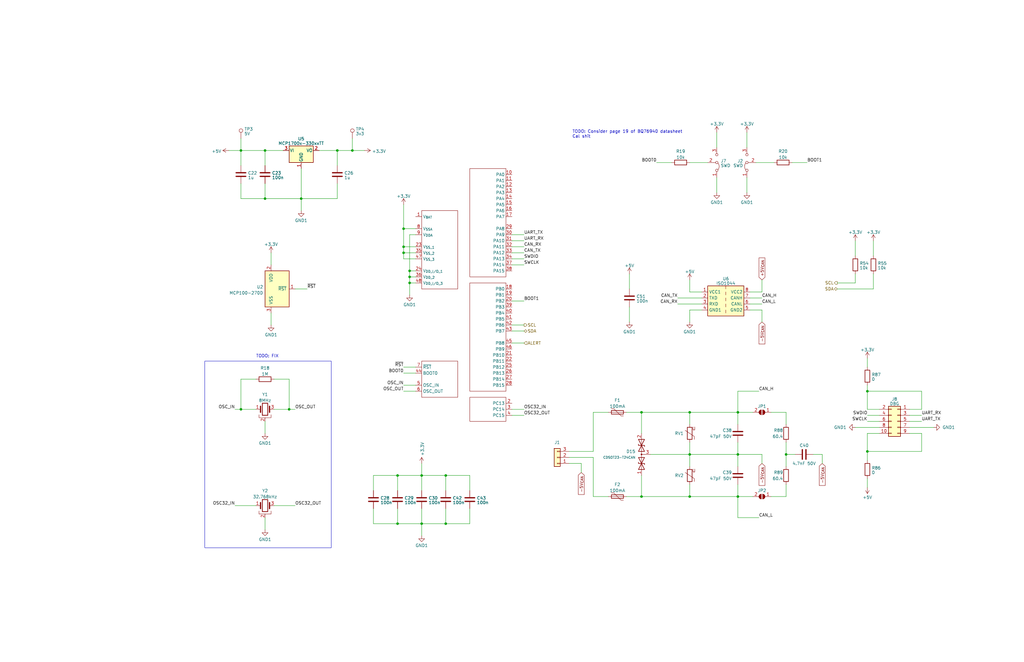
<source format=kicad_sch>
(kicad_sch (version 20230121) (generator eeschema)
  (paper "B")
  (lib_symbols
    (symbol "Connector:TestPoint" (pin_numbers hide) (pin_names (offset 0.762) hide)
      (property "Reference" "TP" (at 0 6.858 0))
      (property "Value" "TestPoint" (at 0 5.08 0))
      (symbol "TestPoint_1_1"
        (pin passive line (at 0 0 90) (length 2.54) (name "1") (number "1"))
      )
    )
    (symbol "Connector_Generic:Conn_01x03" (pin_names (offset 1.016) hide)
      (property "Reference" "J" (at 0 5.08 0))
      (property "Value" "Conn_01x03" (at 0 -5.08 0))
      (symbol "Conn_01x03_1_1"
        (pin passive line (at -5.08 2.54 0) (length 3.81) (name "Pin_1") (number "1"))
        (pin passive line (at -5.08 0 0) (length 3.81) (name "Pin_2") (number "2"))
        (pin passive line (at -5.08 -2.54 0) (length 3.81) (name "Pin_3") (number "3"))
      )
    )
    (symbol "Connector_Generic:Conn_02x05_Odd_Even" (pin_names (offset 1.016) hide)
      (property "Reference" "J" (at 1.27 7.62 0))
      (property "Value" "Conn_02x05_Odd_Even" (at 1.27 -7.62 0))
      (symbol "Conn_02x05_Odd_Even_1_1"
        (pin passive line (at -5.08 5.08 0) (length 3.81) (name "Pin_1") (number "1"))
        (pin passive line (at 7.62 -5.08 180) (length 3.81) (name "Pin_10") (number "10"))
        (pin passive line (at 7.62 5.08 180) (length 3.81) (name "Pin_2") (number "2"))
        (pin passive line (at -5.08 2.54 0) (length 3.81) (name "Pin_3") (number "3"))
        (pin passive line (at 7.62 2.54 180) (length 3.81) (name "Pin_4") (number "4"))
        (pin passive line (at -5.08 0 0) (length 3.81) (name "Pin_5") (number "5"))
        (pin passive line (at 7.62 0 180) (length 3.81) (name "Pin_6") (number "6"))
        (pin passive line (at -5.08 -2.54 0) (length 3.81) (name "Pin_7") (number "7"))
        (pin passive line (at 7.62 -2.54 180) (length 3.81) (name "Pin_8") (number "8"))
        (pin passive line (at -5.08 -5.08 0) (length 3.81) (name "Pin_9") (number "9"))
      )
    )
    (symbol "Device:C" (pin_numbers hide) (pin_names (offset 0.254))
      (property "Reference" "C" (at 0.635 2.54 0))
      (property "Value" "C" (at 0.635 -2.54 0))
      (symbol "C_1_1"
        (pin passive line (at 0 3.81 270) (length 2.794) (name "~") (number "1"))
        (pin passive line (at 0 -3.81 90) (length 2.794) (name "~") (number "2"))
      )
    )
    (symbol "Device:Crystal_GND2" (pin_names (offset 1.016) hide)
      (property "Reference" "Y" (at 0 5.715 0))
      (property "Value" "Crystal_GND2" (at 0 3.81 0))
      (symbol "Crystal_GND2_1_1"
        (pin passive line (at -3.81 0 0) (length 1.27) (name "1") (number "1"))
        (pin passive line (at 0 -5.08 90) (length 1.27) (name "2") (number "2"))
        (pin passive line (at 3.81 0 180) (length 1.27) (name "3") (number "3"))
      )
    )
    (symbol "Device:D_TVS_Dual_AAC" (pin_names (offset 1.016) hide)
      (property "Reference" "D" (at 0 4.445 0))
      (property "Value" "D_TVS_Dual_AAC" (at 0 2.54 0))
      (symbol "D_TVS_Dual_AAC_1_1"
        (pin passive line (at -8.89 0 0) (length 2.54) (name "A1") (number "1"))
        (pin passive line (at 8.89 0 180) (length 2.54) (name "A2") (number "2"))
        (pin input line (at 0 -3.81 90) (length 2.54) (name "common") (number "3"))
      )
    )
    (symbol "Device:Polyfuse" (pin_numbers hide) (pin_names (offset 0))
      (property "Reference" "F" (at -2.54 0 90))
      (property "Value" "Polyfuse" (at 2.54 0 90))
      (symbol "Polyfuse_1_1"
        (pin passive line (at 0 3.81 270) (length 1.27) (name "~") (number "1"))
        (pin passive line (at 0 -3.81 90) (length 1.27) (name "~") (number "2"))
      )
    )
    (symbol "Device:R" (pin_numbers hide) (pin_names (offset 0))
      (property "Reference" "R" (at 2.032 0 90))
      (property "Value" "R" (at 0 0 90))
      (symbol "R_1_1"
        (pin passive line (at 0 3.81 270) (length 1.27) (name "~") (number "1"))
        (pin passive line (at 0 -3.81 90) (length 1.27) (name "~") (number "2"))
      )
    )
    (symbol "Device:Varistor" (pin_numbers hide) (pin_names (offset 0))
      (property "Reference" "RV" (at 3.175 0 90))
      (property "Value" "Varistor" (at -3.175 0 90))
      (symbol "Varistor_0_0"
        (text "U" (at -1.778 -2.032 0) (effects (font (size 1.27 1.27))))
      )
      (symbol "Varistor_1_1"
        (pin passive line (at 0 3.81 270) (length 1.27) (name "~") (number "1"))
        (pin passive line (at 0 -3.81 90) (length 1.27) (name "~") (number "2"))
      )
    )
    (symbol "Jumper:Jumper_3_Bridged12" (pin_names (offset 0) hide)
      (property "Reference" "JP" (at -2.54 -2.54 0))
      (property "Value" "Jumper_3_Bridged12" (at 0 2.794 0))
      (symbol "Jumper_3_Bridged12_1_1"
        (pin passive line (at -6.35 0 0) (length 2.54) (name "A") (number "1"))
        (pin passive line (at 0 -3.81 90) (length 2.54) (name "C") (number "2"))
        (pin passive line (at 6.35 0 180) (length 2.54) (name "B") (number "3"))
      )
    )
    (symbol "Jumper:SolderJumper_2_Open" (pin_names (offset 0) hide)
      (property "Reference" "JP" (at 0 2.032 0))
      (property "Value" "SolderJumper_2_Open" (at 0 -2.54 0))
      (symbol "SolderJumper_2_Open_1_1"
        (pin passive line (at -3.81 0 0) (length 2.54) (name "A") (number "1"))
        (pin passive line (at 3.81 0 180) (length 2.54) (name "B") (number "2"))
      )
    )
    (symbol "Power_Supervisor:MCP100-270D" (pin_names (offset 1.016))
      (property "Reference" "U" (at 0 8.89 0))
      (property "Value" "MCP100-270D" (at -1.27 -8.89 0))
      (symbol "MCP100-270D_1_1"
        (pin output line (at 7.62 0 180) (length 2.54) (name "~{RST}") (number "1"))
        (pin power_in line (at -2.54 10.16 270) (length 2.54) (name "VDD") (number "2"))
        (pin power_in line (at -2.54 -10.16 90) (length 2.54) (name "VSS") (number "3"))
      )
    )
    (symbol "Regulator_Linear:MCP1700x-330xxTT" (pin_names (offset 0.254))
      (property "Reference" "U" (at -3.81 3.175 0))
      (property "Value" "MCP1700x-330xxTT" (at 0 3.175 0))
      (symbol "MCP1700x-330xxTT_1_1"
        (pin power_in line (at 0 -7.62 90) (length 2.54) (name "GND") (number "1"))
        (pin power_out line (at 7.62 0 180) (length 2.54) (name "VO") (number "2"))
        (pin power_in line (at -7.62 0 0) (length 2.54) (name "VI") (number "3"))
      )
    )
    (symbol "power:+3.3V" (power) (pin_names (offset 0))
      (property "Value" "+3.3V" (at 0 3.556 0))
      (symbol "+3.3V_1_1"
        (pin power_in line (at 0 0 90) (length 0) hide (name "+3.3V") (number "1"))
      )
    )
    (symbol "power:+5V" (power) (pin_names (offset 0))
      (property "Value" "+5V" (at 0 3.556 0))
      (symbol "+5V_1_1"
        (pin power_in line (at 0 0 90) (length 0) hide (name "+5V") (number "1"))
      )
    )
    (symbol "power:GND1" (power) (pin_names (offset 0))
      (property "Value" "GND1" (at 0 -3.81 0))
      (symbol "GND1_1_1"
        (pin power_in line (at 0 0 270) (length 0) hide (name "GND1") (number "1"))
      )
    )
    (symbol "qtech:CH32V203CxT6"
      (symbol "CH32V203CxT6_1_1"
        (pin input line (at 10.16 20.32 180) (length 2.54) (name "PA0") (number "10"))
        (pin input line (at 10.16 17.78 180) (length 2.54) (name "PA1") (number "11"))
        (pin input line (at 10.16 15.24 180) (length 2.54) (name "PA2") (number "12"))
        (pin input line (at 10.16 12.7 180) (length 2.54) (name "PA3") (number "13"))
        (pin input line (at 10.16 10.16 180) (length 2.54) (name "PA4") (number "14"))
        (pin input line (at 10.16 7.62 180) (length 2.54) (name "PA5") (number "15"))
        (pin input line (at 10.16 5.08 180) (length 2.54) (name "PA6") (number "16"))
        (pin input line (at 10.16 2.54 180) (length 2.54) (name "PA7") (number "17"))
        (pin input line (at 10.16 -2.54 180) (length 2.54) (name "PA8") (number "29"))
        (pin input line (at 10.16 -5.08 180) (length 2.54) (name "PA9") (number "30"))
        (pin input line (at 10.16 -7.62 180) (length 2.54) (name "PA10") (number "31"))
        (pin input line (at 10.16 -10.16 180) (length 2.54) (name "PA11") (number "32"))
        (pin input line (at 10.16 -12.7 180) (length 2.54) (name "PA12") (number "33"))
        (pin input line (at 10.16 -15.24 180) (length 2.54) (name "PA13") (number "34"))
        (pin input line (at 10.16 -17.78 180) (length 2.54) (name "PA14") (number "37"))
        (pin input line (at 10.16 -20.32 180) (length 2.54) (name "PA15") (number "38"))
      )
      (symbol "CH32V203CxT6_2_1"
        (pin input line (at 10.16 20.32 180) (length 2.54) (name "PB0") (number "18"))
        (pin input line (at 10.16 17.78 180) (length 2.54) (name "PB1") (number "19"))
        (pin input line (at 10.16 15.24 180) (length 2.54) (name "PB2") (number "20"))
        (pin input line (at 10.16 -7.62 180) (length 2.54) (name "PB10") (number "21"))
        (pin input line (at 10.16 -10.16 180) (length 2.54) (name "PB11") (number "22"))
        (pin input line (at 10.16 -12.7 180) (length 2.54) (name "PB12") (number "25"))
        (pin input line (at 10.16 -15.24 180) (length 2.54) (name "PB13") (number "26"))
        (pin input line (at 10.16 -17.78 180) (length 2.54) (name "PB14") (number "27"))
        (pin input line (at 10.16 -20.32 180) (length 2.54) (name "PB15") (number "28"))
        (pin input line (at 10.16 12.7 180) (length 2.54) (name "PB3") (number "39"))
        (pin input line (at 10.16 10.16 180) (length 2.54) (name "PB4") (number "40"))
        (pin input line (at 10.16 7.62 180) (length 2.54) (name "PB5") (number "41"))
        (pin input line (at 10.16 5.08 180) (length 2.54) (name "PB6") (number "42"))
        (pin input line (at 10.16 2.54 180) (length 2.54) (name "PB7") (number "43"))
        (pin input line (at 10.16 -2.54 180) (length 2.54) (name "PB8") (number "45"))
        (pin input line (at 10.16 -5.08 180) (length 2.54) (name "PB9") (number "46"))
      )
      (symbol "CH32V203CxT6_3_1"
        (pin input line (at 10.16 2.54 180) (length 2.54) (name "PC13") (number "2"))
        (pin input line (at 10.16 0 180) (length 2.54) (name "PC14") (number "3"))
        (pin input line (at 10.16 -2.54 180) (length 2.54) (name "PC15") (number "4"))
      )
      (symbol "CH32V203CxT6_4_1"
        (pin input line (at -10.16 2.54 0) (length 2.54) (name "BOOT0") (number "44"))
        (pin input line (at -10.16 -2.54 0) (length 2.54) (name "OSC_IN") (number "5"))
        (pin input line (at -10.16 -5.08 0) (length 2.54) (name "OSC_OUT") (number "6"))
        (pin input line (at -10.16 5.08 0) (length 2.54) (name "~{RST}") (number "7"))
      )
      (symbol "CH32V203CxT6_5_1"
        (pin input line (at -10.16 15.24 0) (length 2.54) (name "V_{BAT}") (number "1"))
        (pin input line (at -10.16 2.54 0) (length 2.54) (name "V_{SS_1}") (number "23"))
        (pin input line (at -10.16 -7.62 0) (length 2.54) (name "V_{DD_I/O_1}") (number "24"))
        (pin input line (at -10.16 0 0) (length 2.54) (name "V_{SS_2}") (number "35"))
        (pin input line (at -10.16 -10.16 0) (length 2.54) (name "V_{DD_2}") (number "36"))
        (pin input line (at -10.16 -2.54 0) (length 2.54) (name "V_{SS_3}") (number "47"))
        (pin input line (at -10.16 -12.7 0) (length 2.54) (name "V_{DD_I/O_3}") (number "48"))
        (pin input line (at -10.16 10.16 0) (length 2.54) (name "V_{SSA}") (number "8"))
        (pin input line (at -10.16 7.62 0) (length 2.54) (name "V_{DDA}") (number "9"))
      )
    )
    (symbol "qtech:ISO1044"
      (property "Reference" "U" (at -7.62 8.89 0))
      (property "Value" "ISO1044" (at -7.62 6.35 0))
      (symbol "ISO1044_1_1"
        (pin power_in line (at -10.16 2.54 0) (length 2.54) (name "VCC1") (number "1"))
        (pin input line (at -10.16 0 0) (length 2.54) (name "TXD") (number "2"))
        (pin output line (at -10.16 -2.54 0) (length 2.54) (name "RXD") (number "3"))
        (pin power_in line (at -10.16 -5.08 0) (length 2.54) (name "GND1") (number "4"))
        (pin power_in line (at 10.16 -5.08 180) (length 2.54) (name "GND2") (number "5"))
        (pin bidirectional line (at 10.16 -2.54 180) (length 2.54) (name "CANL") (number "6"))
        (pin bidirectional line (at 10.16 0 180) (length 2.54) (name "CANH") (number "7"))
        (pin power_in line (at 10.16 2.54 180) (length 2.54) (name "VCC2") (number "8"))
      )
    )
  )
  (junction (at 311.15 173.99))
  (junction (at 127 83.82))
  (junction (at 177.8 220.98))
  (junction (at 311.15 191.77))
  (junction (at 142.24 63.5))
  (junction (at 172.72 116.84))
  (junction (at 270.51 173.99))
  (junction (at 331.47 191.77))
  (junction (at 290.83 173.99))
  (junction (at 170.18 104.14))
  (junction (at 187.96 220.98))
  (junction (at 177.8 200.66))
  (junction (at 167.64 220.98))
  (junction (at 170.18 96.52))
  (junction (at 290.83 209.55))
  (junction (at 148.59 63.5))
  (junction (at 172.72 119.38))
  (junction (at 365.76 165.1))
  (junction (at 111.76 83.82))
  (junction (at 290.83 191.77))
  (junction (at 101.6 63.5))
  (junction (at 111.76 63.5))
  (junction (at 101.6 172.72))
  (junction (at 270.51 209.55))
  (junction (at 172.72 114.3))
  (junction (at 365.76 190.5))
  (junction (at 121.92 172.72))
  (junction (at 167.64 200.66))
  (junction (at 311.15 209.55))
  (junction (at 187.96 200.66))
  (junction (at 170.18 106.68))
  (wire (pts (xy 115.57 213.36) (xy 124.46 213.36)))
  (wire (pts (xy 270.51 209.55) (xy 290.83 209.55)))
  (wire (pts (xy 142.24 77.47) (xy 142.24 83.82)))
  (wire (pts (xy 331.47 173.99) (xy 325.12 173.99)))
  (wire (pts (xy 302.26 55.88) (xy 302.26 62.23)))
  (wire (pts (xy 383.54 177.8) (xy 388.62 177.8)))
  (wire (pts (xy 187.96 220.98) (xy 187.96 214.63)))
  (wire (pts (xy 295.91 128.27) (xy 285.75 128.27)))
  (wire (pts (xy 115.57 172.72) (xy 121.92 172.72)))
  (wire (pts (xy 250.19 173.99) (xy 256.54 173.99)))
  (wire (pts (xy 383.54 172.72) (xy 388.62 172.72)))
  (wire (pts (xy 365.76 182.88) (xy 365.76 190.5)))
  (wire (pts (xy 368.3 101.6) (xy 368.3 107.95)))
  (wire (pts (xy 295.91 125.73) (xy 285.75 125.73)))
  (wire (pts (xy 331.47 204.47) (xy 331.47 209.55)))
  (wire (pts (xy 311.15 204.47) (xy 311.15 209.55)))
  (wire (pts (xy 311.15 165.1) (xy 311.15 173.99)))
  (wire (pts (xy 198.12 220.98) (xy 198.12 214.63)))
  (wire (pts (xy 368.3 115.57) (xy 368.3 121.92)))
  (wire (pts (xy 172.72 119.38) (xy 172.72 116.84)))
  (wire (pts (xy 331.47 209.55) (xy 325.12 209.55)))
  (wire (pts (xy 250.19 209.55) (xy 256.54 209.55)))
  (wire (pts (xy 353.06 121.92) (xy 368.3 121.92)))
  (wire (pts (xy 311.15 173.99) (xy 317.5 173.99)))
  (wire (pts (xy 220.98 172.72) (xy 215.9 172.72)))
  (wire (pts (xy 170.18 165.1) (xy 175.26 165.1)))
  (wire (pts (xy 172.72 116.84) (xy 175.26 116.84)))
  (wire (pts (xy 290.83 68.58) (xy 298.45 68.58)))
  (wire (pts (xy 111.76 63.5) (xy 119.38 63.5)))
  (wire (pts (xy 365.76 151.13) (xy 365.76 154.94)))
  (wire (pts (xy 388.62 182.88) (xy 383.54 182.88)))
  (wire (pts (xy 340.36 68.58) (xy 334.01 68.58)))
  (wire (pts (xy 170.18 96.52) (xy 170.18 104.14)))
  (wire (pts (xy 321.31 123.19) (xy 316.23 123.19)))
  (wire (pts (xy 167.64 200.66) (xy 167.64 207.01)))
  (wire (pts (xy 331.47 191.77) (xy 335.28 191.77)))
  (wire (pts (xy 388.62 182.88) (xy 388.62 190.5)))
  (wire (pts (xy 167.64 214.63) (xy 167.64 220.98)))
  (wire (pts (xy 365.76 162.56) (xy 365.76 165.1)))
  (wire (pts (xy 388.62 165.1) (xy 388.62 172.72)))
  (wire (pts (xy 111.76 63.5) (xy 111.76 69.85)))
  (wire (pts (xy 198.12 200.66) (xy 187.96 200.66)))
  (wire (pts (xy 250.19 193.04) (xy 240.03 193.04)))
  (wire (pts (xy 331.47 186.69) (xy 331.47 191.77)))
  (wire (pts (xy 172.72 114.3) (xy 175.26 114.3)))
  (wire (pts (xy 170.18 157.48) (xy 175.26 157.48)))
  (wire (pts (xy 170.18 104.14) (xy 170.18 106.68)))
  (wire (pts (xy 311.15 209.55) (xy 317.5 209.55)))
  (wire (pts (xy 316.23 128.27) (xy 321.31 128.27)))
  (wire (pts (xy 157.48 214.63) (xy 157.48 220.98)))
  (wire (pts (xy 170.18 162.56) (xy 175.26 162.56)))
  (wire (pts (xy 265.43 115.57) (xy 265.43 121.92)))
  (wire (pts (xy 360.68 180.34) (xy 370.84 180.34)))
  (wire (pts (xy 311.15 173.99) (xy 311.15 179.07)))
  (wire (pts (xy 101.6 77.47) (xy 101.6 83.82)))
  (wire (pts (xy 172.72 99.06) (xy 175.26 99.06)))
  (wire (pts (xy 177.8 220.98) (xy 177.8 226.06)))
  (wire (pts (xy 245.11 199.39) (xy 245.11 195.58)))
  (wire (pts (xy 99.06 213.36) (xy 107.95 213.36)))
  (wire (pts (xy 114.3 106.68) (xy 114.3 111.76)))
  (wire (pts (xy 290.83 130.81) (xy 295.91 130.81)))
  (wire (pts (xy 187.96 220.98) (xy 198.12 220.98)))
  (wire (pts (xy 311.15 186.69) (xy 311.15 191.77)))
  (wire (pts (xy 101.6 172.72) (xy 107.95 172.72)))
  (wire (pts (xy 346.71 191.77) (xy 342.9 191.77)))
  (wire (pts (xy 215.9 137.16) (xy 220.98 137.16)))
  (wire (pts (xy 167.64 220.98) (xy 177.8 220.98)))
  (wire (pts (xy 172.72 119.38) (xy 172.72 124.46)))
  (wire (pts (xy 101.6 172.72) (xy 101.6 160.02)))
  (wire (pts (xy 250.19 193.04) (xy 250.19 209.55)))
  (wire (pts (xy 121.92 172.72) (xy 124.46 172.72)))
  (wire (pts (xy 290.83 135.89) (xy 290.83 130.81)))
  (wire (pts (xy 172.72 114.3) (xy 172.72 99.06)))
  (wire (pts (xy 167.64 200.66) (xy 177.8 200.66)))
  (wire (pts (xy 365.76 175.26) (xy 370.84 175.26)))
  (wire (pts (xy 177.8 214.63) (xy 177.8 220.98)))
  (wire (pts (xy 215.9 101.6) (xy 220.98 101.6)))
  (wire (pts (xy 314.96 62.23) (xy 314.96 55.88)))
  (wire (pts (xy 331.47 191.77) (xy 331.47 196.85)))
  (wire (pts (xy 321.31 118.11) (xy 321.31 123.19)))
  (wire (pts (xy 148.59 63.5) (xy 153.67 63.5)))
  (wire (pts (xy 111.76 77.47) (xy 111.76 83.82)))
  (wire (pts (xy 264.16 173.99) (xy 270.51 173.99)))
  (wire (pts (xy 157.48 200.66) (xy 157.48 207.01)))
  (wire (pts (xy 198.12 207.01) (xy 198.12 200.66)))
  (wire (pts (xy 383.54 175.26) (xy 388.62 175.26)))
  (wire (pts (xy 318.77 68.58) (xy 326.39 68.58)))
  (wire (pts (xy 290.83 191.77) (xy 274.32 191.77)))
  (wire (pts (xy 96.52 63.5) (xy 101.6 63.5)))
  (wire (pts (xy 331.47 179.07) (xy 331.47 173.99)))
  (wire (pts (xy 311.15 191.77) (xy 311.15 196.85)))
  (wire (pts (xy 220.98 127) (xy 215.9 127)))
  (wire (pts (xy 346.71 191.77) (xy 346.71 195.58)))
  (wire (pts (xy 311.15 191.77) (xy 321.31 191.77)))
  (wire (pts (xy 215.9 104.14) (xy 220.98 104.14)))
  (wire (pts (xy 365.76 190.5) (xy 365.76 194.31)))
  (wire (pts (xy 311.15 209.55) (xy 311.15 218.44)))
  (wire (pts (xy 101.6 63.5) (xy 101.6 69.85)))
  (wire (pts (xy 177.8 220.98) (xy 187.96 220.98)))
  (wire (pts (xy 365.76 165.1) (xy 365.76 172.72)))
  (wire (pts (xy 321.31 135.89) (xy 321.31 130.81)))
  (wire (pts (xy 142.24 63.5) (xy 148.59 63.5)))
  (wire (pts (xy 270.51 173.99) (xy 290.83 173.99)))
  (wire (pts (xy 290.83 191.77) (xy 311.15 191.77)))
  (wire (pts (xy 111.76 218.44) (xy 111.76 223.52)))
  (wire (pts (xy 215.9 111.76) (xy 220.98 111.76)))
  (wire (pts (xy 170.18 106.68) (xy 170.18 109.22)))
  (wire (pts (xy 311.15 218.44) (xy 320.04 218.44)))
  (wire (pts (xy 383.54 180.34) (xy 393.7 180.34)))
  (wire (pts (xy 170.18 96.52) (xy 175.26 96.52)))
  (wire (pts (xy 240.03 190.5) (xy 250.19 190.5)))
  (wire (pts (xy 240.03 195.58) (xy 245.11 195.58)))
  (wire (pts (xy 220.98 175.26) (xy 215.9 175.26)))
  (wire (pts (xy 290.83 186.69) (xy 290.83 191.77)))
  (wire (pts (xy 290.83 209.55) (xy 311.15 209.55)))
  (wire (pts (xy 321.31 130.81) (xy 316.23 130.81)))
  (wire (pts (xy 99.06 172.72) (xy 101.6 172.72)))
  (wire (pts (xy 265.43 129.54) (xy 265.43 135.89)))
  (wire (pts (xy 365.76 165.1) (xy 388.62 165.1)))
  (wire (pts (xy 167.64 200.66) (xy 157.48 200.66)))
  (wire (pts (xy 365.76 182.88) (xy 370.84 182.88)))
  (wire (pts (xy 177.8 200.66) (xy 177.8 207.01)))
  (wire (pts (xy 270.51 200.66) (xy 270.51 209.55)))
  (wire (pts (xy 124.46 121.92) (xy 129.54 121.92)))
  (wire (pts (xy 187.96 207.01) (xy 187.96 200.66)))
  (wire (pts (xy 175.26 154.94) (xy 170.18 154.94)))
  (wire (pts (xy 101.6 63.5) (xy 111.76 63.5)))
  (wire (pts (xy 290.83 173.99) (xy 311.15 173.99)))
  (wire (pts (xy 360.68 115.57) (xy 360.68 119.38)))
  (wire (pts (xy 264.16 209.55) (xy 270.51 209.55)))
  (wire (pts (xy 290.83 123.19) (xy 295.91 123.19)))
  (wire (pts (xy 276.86 68.58) (xy 283.21 68.58)))
  (wire (pts (xy 290.83 191.77) (xy 290.83 196.85)))
  (wire (pts (xy 365.76 172.72) (xy 370.84 172.72)))
  (wire (pts (xy 142.24 63.5) (xy 142.24 69.85)))
  (wire (pts (xy 127 83.82) (xy 142.24 83.82)))
  (wire (pts (xy 215.9 139.7) (xy 220.98 139.7)))
  (wire (pts (xy 215.9 106.68) (xy 220.98 106.68)))
  (wire (pts (xy 115.57 160.02) (xy 121.92 160.02)))
  (wire (pts (xy 111.76 83.82) (xy 127 83.82)))
  (wire (pts (xy 170.18 106.68) (xy 175.26 106.68)))
  (wire (pts (xy 101.6 83.82) (xy 111.76 83.82)))
  (wire (pts (xy 148.59 58.42) (xy 148.59 63.5)))
  (wire (pts (xy 290.83 118.11) (xy 290.83 123.19)))
  (wire (pts (xy 170.18 109.22) (xy 175.26 109.22)))
  (wire (pts (xy 101.6 58.42) (xy 101.6 63.5)))
  (wire (pts (xy 215.9 109.22) (xy 220.98 109.22)))
  (wire (pts (xy 270.51 173.99) (xy 270.51 182.88)))
  (wire (pts (xy 365.76 190.5) (xy 388.62 190.5)))
  (wire (pts (xy 134.62 63.5) (xy 142.24 63.5)))
  (wire (pts (xy 172.72 116.84) (xy 172.72 114.3)))
  (wire (pts (xy 157.48 220.98) (xy 167.64 220.98)))
  (wire (pts (xy 250.19 190.5) (xy 250.19 173.99)))
  (wire (pts (xy 321.31 191.77) (xy 321.31 195.58)))
  (wire (pts (xy 316.23 125.73) (xy 321.31 125.73)))
  (wire (pts (xy 114.3 132.08) (xy 114.3 137.16)))
  (wire (pts (xy 121.92 160.02) (xy 121.92 172.72)))
  (wire (pts (xy 187.96 200.66) (xy 177.8 200.66)))
  (wire (pts (xy 311.15 165.1) (xy 320.04 165.1)))
  (wire (pts (xy 111.76 177.8) (xy 111.76 182.88)))
  (wire (pts (xy 365.76 201.93) (xy 365.76 205.74)))
  (wire (pts (xy 170.18 86.36) (xy 170.18 96.52)))
  (wire (pts (xy 302.26 74.93) (xy 302.26 81.28)))
  (wire (pts (xy 127 83.82) (xy 127 88.9)))
  (wire (pts (xy 215.9 144.78) (xy 220.98 144.78)))
  (wire (pts (xy 365.76 177.8) (xy 370.84 177.8)))
  (wire (pts (xy 290.83 204.47) (xy 290.83 209.55)))
  (wire (pts (xy 353.06 119.38) (xy 360.68 119.38)))
  (wire (pts (xy 101.6 160.02) (xy 107.95 160.02)))
  (wire (pts (xy 360.68 101.6) (xy 360.68 107.95)))
  (wire (pts (xy 314.96 74.93) (xy 314.96 81.28)))
  (wire (pts (xy 170.18 104.14) (xy 175.26 104.14)))
  (wire (pts (xy 172.72 119.38) (xy 175.26 119.38)))
  (wire (pts (xy 215.9 99.06) (xy 220.98 99.06)))
  (wire (pts (xy 177.8 195.58) (xy 177.8 200.66)))
  (wire (pts (xy 290.83 173.99) (xy 290.83 179.07)))
  (wire (pts (xy 127 71.12) (xy 127 83.82)))
  (rectangle (start 86.36 152.4) (end 139.7 231.14))
  (text "TODO: FIX" (at 107.95 151.13 0) (effects (font (size 1.27 1.27)) (justify left bottom)))
  (text "TODO: Consider page 19 of BQ76940 datasheet\nCal shit" (at 241.3 58.42 0) (effects (font (size 1.27 1.27)) (justify left bottom)))
  (label "OSC32_IN" (at 99.06 213.36 180))
  (label "CAN_L" (at 320.04 218.44 0))
  (label "OSC32_OUT" (at 124.46 213.36 0))
  (label "UART_TX" (at 388.62 177.8 0))
  (label "OSC_IN" (at 170.18 162.56 180))
  (label "OSC_IN" (at 99.06 172.72 180))
  (label "SWDIO" (at 365.76 175.26 180))
  (label "CAN_H" (at 321.31 125.73 0))
  (label "SWCLK" (at 365.76 177.8 180))
  (label "OSC_OUT" (at 170.18 165.1 180))
  (label "CAN_RX" (at 285.75 128.27 180))
  (label "SWCLK" (at 220.98 111.76 0))
  (label "BOOT1" (at 220.98 127 0))
  (label "OSC32_OUT" (at 220.98 175.26 0))
  (label "~{RST}" (at 170.18 154.94 180))
  (label "UART_TX" (at 220.98 99.06 0))
  (label "~{RST}" (at 129.54 121.92 0))
  (label "CAN_H" (at 320.04 165.1 0))
  (label "UART_RX" (at 220.98 101.6 0))
  (label "BOOT1" (at 340.36 68.58 0))
  (label "BOOT0" (at 170.18 157.48 180))
  (label "SWDIO" (at 220.98 109.22 0))
  (label "BOOT0" (at 276.86 68.58 180))
  (label "OSC32_IN" (at 220.98 172.72 0))
  (label "CAN_TX" (at 285.75 125.73 180))
  (label "CAN_RX" (at 220.98 104.14 0))
  (label "UART_RX" (at 388.62 175.26 0))
  (label "OSC_OUT" (at 124.46 172.72 0))
  (label "CAN_TX" (at 220.98 106.68 0))
  (label "CAN_L" (at 321.31 128.27 0))
  (global_label "-5V_{CAN}" (shape input) (at 346.71 195.58 270) (property "Intersheetrefs" "${INTERSHEET_REFS}" (effects hide)))
  (global_label "+5V_{CAN}" (shape input) (at 321.31 118.11 90) (property "Intersheetrefs" "${INTERSHEET_REFS}" (effects hide)))
  (global_label "-5V_{CAN}" (shape input) (at 245.11 199.39 270) (property "Intersheetrefs" "${INTERSHEET_REFS}" (effects hide)))
  (global_label "-5V_{CAN}" (shape input) (at 321.31 135.89 270) (property "Intersheetrefs" "${INTERSHEET_REFS}" (effects hide)))
  (global_label "-5V_{CAN}" (shape input) (at 321.31 195.58 270) (property "Intersheetrefs" "${INTERSHEET_REFS}" (effects hide)))
  (hierarchical_label "SCL" (shape output) (at 220.98 137.16 0))
  (hierarchical_label "ALERT" (shape input) (at 220.98 144.78 0))
  (hierarchical_label "SCL" (shape output) (at 353.06 119.38 180))
  (hierarchical_label "SDA" (shape bidirectional) (at 353.06 121.92 180))
  (hierarchical_label "SDA" (shape bidirectional) (at 220.98 139.7 0))
  (symbol (lib_id "Device:R") (at 287.02 68.58 90) (unit 1)
    (property "Reference" "R19" (at 287.02 63.8642 90))
    (property "Value" "10k" (at 287.02 66.4011 90))
    (property "Footprint" "Resistor_SMD:R_0603_1608Metric" (effects hide))
    (property "Datasheet" "https://www.mouser.com/datasheet/2/219/RK73H-1825326.pdf" (effects hide))
    (property "Mouser" "https://www.mouser.com/ProductDetail/KOA-Speer/RK73H1JTTD1002F?qs=sGAEpiMZZMtlubZbdhIBINkEv%252BGnJSJCzf6arQIEEEA%3D" (effects hide))
    (property "Part Number" "RK73H1JTTD1002F" (effects hide))
    (property "Rating" "100mW" (effects hide))
  )
  (symbol (lib_id "qtech:CH32V203CxT6") (at 205.74 93.98 0) (unit 1)
    (property "Reference" "U3" (effects hide))
    (property "Value" "CH32V203CxT6" (effects hide))
    (property "Footprint" "Package_QFP:LQFP-48_7x7mm_P0.5mm" (effects hide))
    (property "Datasheet" "http://www.wch-ic.com/downloads/file/354.html" (effects hide))
    (property "Mouser" "-" (effects hide))
    (property "Part Number" "CH32V203C8T6" (effects hide))
  )
  (symbol (lib_id "power:GND1") (at 127 88.9 0) (unit 1)
    (property "Reference" "#PWR010" (effects hide))
    (property "Value" "GND1" (at 127 93.0355 0))
    (instances (project "bms" (path "" (reference "#PWR010") (unit 1)) (path "" (reference "#PWR020") (unit 1))))
  )
  (symbol (lib_id "Device:C") (at 265.43 125.73 0) (unit 1)
    (property "Reference" "C51" (at 268.351 125.0863 0) (effects (justify left)))
    (property "Value" "100n" (at 268.351 127.0073 0) (effects (justify left)))
    (property "Footprint" "Capacitor_SMD:C_0603_1608Metric" (effects hide))
    (property "Datasheet" "https://www.mouser.com/datasheet/2/40/X7RDielectric-2943470.pdf" (effects hide))
    (property "Mouser" "https://www.mouser.com/ProductDetail/KYOCERA-AVX/06035C104KAT2A?qs=sGAEpiMZZMs7ZEmUmaUL07F2qgI%252BUofJK2BrtL3gRPE%3D" (effects hide))
    (property "Part Number" "06035C104KAT2A" (effects hide))
    (property "Rating" "50V" (effects hide))
  )
  (symbol (lib_id "Connector:TestPoint") (at 148.59 58.42 0) (unit 1)
    (property "Reference" "TP4" (at 149.987 54.4743 0) (effects (justify left)))
    (property "Value" "3v3" (at 149.987 56.3953 0) (effects (justify left)))
    (property "Footprint" "TestPoint:TestPoint_Pad_D1.5mm" (effects hide))
  )
  (symbol (lib_id "power:GND1") (at 393.7 180.34 90) (unit 1)
    (property "Reference" "#PWR010" (effects hide))
    (property "Value" "GND1" (at 400.05 180.34 90))
    (instances (project "bms" (path "" (reference "#PWR010") (unit 1)) (path "" (reference "#PWR051") (unit 1))))
  )
  (symbol (lib_id "Device:R") (at 368.3 111.76 180) (unit 1)
    (property "Reference" "R55" (at 370.078 111.1163 0) (effects (justify right)))
    (property "Value" "10k" (at 370.078 113.0373 0) (effects (justify right)))
    (property "Footprint" "Resistor_SMD:R_0603_1608Metric" (effects hide))
    (property "Datasheet" "https://www.mouser.com/datasheet/2/219/RK73H-1825326.pdf" (effects hide))
    (property "Mouser" "https://www.mouser.com/ProductDetail/KOA-Speer/RK73H1JTTD1002F?qs=sGAEpiMZZMtlubZbdhIBINkEv%252BGnJSJCzf6arQIEEEA%3D" (effects hide))
    (property "Part Number" "RK73H1JTTD1002F" (effects hide))
    (property "Rating" "100mW" (effects hide))
  )
  (symbol (lib_id "Device:C") (at 167.64 210.82 0) (unit 1)
    (property "Reference" "C29" (at 170.561 210.1763 0) (effects (justify left)))
    (property "Value" "100n" (at 170.561 212.0973 0) (effects (justify left)))
    (property "Footprint" "Capacitor_SMD:C_0603_1608Metric" (effects hide))
    (property "Datasheet" "https://www.mouser.com/datasheet/2/40/X7RDielectric-2943470.pdf" (effects hide))
    (property "Mouser" "https://www.mouser.com/ProductDetail/KYOCERA-AVX/06035C104KAT2A?qs=sGAEpiMZZMs7ZEmUmaUL07F2qgI%252BUofJK2BrtL3gRPE%3D" (effects hide))
    (property "Part Number" "06035C104KAT2A" (effects hide))
    (property "Rating" "50V" (effects hide))
  )
  (symbol (lib_id "qtech:CH32V203CxT6") (at 205.74 142.24 0) (unit 2)
    (property "Reference" "U3" (effects hide))
    (property "Value" "CH32V203CxT6" (effects hide))
    (property "Footprint" "Package_QFP:LQFP-48_7x7mm_P0.5mm" (effects hide))
    (property "Datasheet" "http://www.wch-ic.com/downloads/file/354.html" (effects hide))
    (property "Mouser" "-" (effects hide))
    (property "Part Number" "CH32V203C8T6" (effects hide))
  )
  (symbol (lib_id "Regulator_Linear:MCP1700x-330xxTT") (at 127 63.5 0) (unit 1)
    (property "Reference" "U5" (at 127 58.5851 0))
    (property "Value" "MCP1700x-330xxTT" (at 127 60.5061 0))
    (property "Footprint" "Package_TO_SOT_SMD:SOT-23" (effects hide))
    (property "Datasheet" "http://ww1.microchip.com/downloads/en/DeviceDoc/20001826D.pdf" (effects hide))
    (property "Mouser" "https://www.mouser.com/ProductDetail/Microchip-Technology/MCP1700T-3302E-TT?qs=fM4xO01eazPmCNDrdHEdaw%3D%3D" (effects hide))
    (property "Part Number" "MCP1700T-3302E/TT " (effects hide))
  )
  (symbol (lib_id "power:GND1") (at 302.26 81.28 0) (unit 1)
    (property "Reference" "#PWR010" (effects hide))
    (property "Value" "GND1" (at 302.26 85.4155 0))
    (instances (project "bms" (path "" (reference "#PWR010") (unit 1)) (path "" (reference "#PWR022") (unit 1))))
  )
  (symbol (lib_id "qtech:CH32V203CxT6") (at 185.42 106.68 0) (unit 5)
    (property "Reference" "U3" (effects hide))
    (property "Value" "CH32V203CxT6" (effects hide))
    (property "Footprint" "Package_QFP:LQFP-48_7x7mm_P0.5mm" (effects hide))
    (property "Datasheet" "http://www.wch-ic.com/downloads/file/354.html" (effects hide))
    (property "Mouser" "-" (effects hide))
    (property "Part Number" "CH32V203C8T6" (effects hide))
  )
  (symbol (lib_id "Jumper:SolderJumper_2_Open") (at 321.31 173.99 0) (mirror y) (unit 1) (in_bom no)
    (property "Reference" "JP1" (at 321.31 171.45 0))
    (property "Value" "SolderJumper_2_Open" (effects hide))
    (property "Footprint" "Jumper:SolderJumper-2_P1.3mm_Open_RoundedPad1.0x1.5mm" (effects hide))
    (instances (project "bms" (path "" (reference "JP1") (unit 1))) (project "bcu" (path "" (reference "JP?") (unit 1)) (path "" (reference "JP3") (unit 1))))
  )
  (symbol (lib_id "Device:C") (at 142.24 73.66 0) (unit 1)
    (property "Reference" "C26" (at 145.161 73.0163 0) (effects (justify left)))
    (property "Value" "1u" (at 145.161 74.9373 0) (effects (justify left)))
    (property "Footprint" "Capacitor_SMD:C_0603_1608Metric" (effects hide))
    (property "Datasheet" "https://www.mouser.com/datasheet/2/585/MLCC-1837944.pdf" (effects hide))
    (property "Mouser" "https://www.mouser.com/ProductDetail/Samsung-Electro-Mechanics/CL10B105KA8NNND?qs=sGAEpiMZZMs7ZEmUmaUL03JOSOi7G3a3Pbmf%252BVZ%2FyZWWNareYBTNVg%3D%3D" (effects hide))
    (property "Part Number" "CL10B105KA8NNND" (effects hide))
    (property "Rating" "25V" (effects hide))
  )
  (symbol (lib_id "Device:C") (at 311.15 182.88 0) (mirror y) (unit 1)
    (property "Reference" "C38" (at 308.61 181.61 0) (effects (justify left)))
    (property "Value" "47pF 50V" (at 308.61 184.15 0) (effects (justify left)))
    (property "Footprint" "Capacitor_SMD:C_0402_1005Metric" (effects hide))
    (property "Datasheet" "https://www.mouser.com/datasheet/2/281/1/GRT1555C1H470JA02_01A-3157872.pdf" (effects hide))
    (property "Mouser" "https://www.mouser.com/ProductDetail/Murata-Electronics/GRT1555C1H470JA02D?qs=qkDYIeTQ%252BEmwVxkhIB%2FZ%2Fg%3D%3D" (effects hide))
    (property "Part Number" "GRT1555C1H470JA02D" (effects hide))
    (instances (project "bms" (path "" (reference "C38") (unit 1))) (project "bcu" (path "" (reference "C?") (unit 1)) (path "" (reference "C21") (unit 1))))
  )
  (symbol (lib_id "Connector_Generic:Conn_02x05_Odd_Even") (at 378.46 177.8 0) (mirror y) (unit 1)
    (property "Reference" "J8" (at 377.19 168.4401 0))
    (property "Value" "DBG" (at 377.19 170.3611 0))
    (property "Footprint" "Connector_PinSocket_2.54mm:PinSocket_2x05_P2.54mm_Vertical" (effects hide))
  )
  (symbol (lib_id "Connector_Generic:Conn_01x03") (at 234.95 193.04 180) (unit 1)
    (property "Reference" "J1" (at 234.95 186.69 0))
    (property "Value" "Conn_01x03" (effects hide))
    (property "Footprint" "Connector_JST:JST_XA_S02B-XASK-1_1x02_P2.50mm_Horizontal" (effects hide))
    (instances (project "bms" (path "" (reference "J1") (unit 1))) (project "bcu" (path "" (reference "J3") (unit 1))))
  )
  (symbol (lib_id "power:+5V") (at 265.43 115.57 0) (unit 1)
    (property "Reference" "#PWR01" (effects hide))
    (property "Value" "+5V" (at 265.43 112.0681 0))
    (instances (project "bms" (path "" (reference "#PWR01") (unit 1)) (path "" (reference "#PWR040") (unit 1))))
  )
  (symbol (lib_id "qtech:CH32V203CxT6") (at 185.42 160.02 0) (unit 4)
    (property "Reference" "U3" (effects hide))
    (property "Value" "CH32V203CxT6" (effects hide))
    (property "Footprint" "Package_QFP:LQFP-48_7x7mm_P0.5mm" (effects hide))
    (property "Datasheet" "http://www.wch-ic.com/downloads/file/354.html" (effects hide))
    (property "Mouser" "-" (effects hide))
    (property "Part Number" "CH32V203C8T6" (effects hide))
  )
  (symbol (lib_id "power:+3.3V") (at 177.8 195.58 0) (unit 1)
    (property "Reference" "#PWR036" (effects hide))
    (property "Value" "+3.3V" (at 178.1168 192.405 90) (effects (justify left)))
  )
  (symbol (lib_id "power:GND1") (at 177.8 226.06 0) (unit 1)
    (property "Reference" "#PWR010" (effects hide))
    (property "Value" "GND1" (at 177.8 230.1955 0))
    (instances (project "bms" (path "" (reference "#PWR010") (unit 1)) (path "" (reference "#PWR015") (unit 1))))
  )
  (symbol (lib_id "Device:R") (at 331.47 200.66 0) (mirror y) (unit 1)
    (property "Reference" "R89" (at 330.2 199.39 0) (effects (justify left)))
    (property "Value" "60.4" (at 330.2 201.93 0) (effects (justify left)))
    (property "Footprint" "Resistor_SMD:R_0603_1608Metric" (effects hide))
    (property "Datasheet" "https://www.vishay.com/doc?20035" (effects hide))
    (property "Mouser" "https://www.mouser.com/ProductDetail/Vishay-Dale/CRCW060360R4FKEA?qs=6fyMJ9%2FiJ9KMVX8MBWVfDg%3D%3D" (effects hide))
    (property "Part Number" "CRCW060360R4FKEA" (effects hide))
    (instances (project "bms" (path "" (reference "R89") (unit 1))) (project "bcu" (path "" (reference "R?") (unit 1)) (path "" (reference "R9") (unit 1))))
  )
  (symbol (lib_id "power:+3.3V") (at 153.67 63.5 270) (unit 1)
    (property "Reference" "#PWR030" (effects hide))
    (property "Value" "+3.3V" (at 156.845 63.8168 90) (effects (justify left)))
  )
  (symbol (lib_id "power:+5V") (at 96.52 63.5 90) (unit 1)
    (property "Reference" "#PWR01" (effects hide))
    (property "Value" "+5V" (at 93.3451 63.8168 90) (effects (justify left)))
    (instances (project "bms" (path "" (reference "#PWR01") (unit 1)) (path "" (reference "#PWR031") (unit 1))))
  )
  (symbol (lib_id "power:GND1") (at 314.96 81.28 0) (unit 1)
    (property "Reference" "#PWR010" (effects hide))
    (property "Value" "GND1" (at 314.96 85.4155 0))
    (instances (project "bms" (path "" (reference "#PWR010") (unit 1)) (path "" (reference "#PWR024") (unit 1))))
  )
  (symbol (lib_id "Device:R") (at 360.68 111.76 180) (unit 1)
    (property "Reference" "R54" (at 362.458 111.1163 0) (effects (justify right)))
    (property "Value" "10k" (at 362.458 113.0373 0) (effects (justify right)))
    (property "Footprint" "Resistor_SMD:R_0603_1608Metric" (effects hide))
    (property "Datasheet" "https://www.mouser.com/datasheet/2/219/RK73H-1825326.pdf" (effects hide))
    (property "Mouser" "https://www.mouser.com/ProductDetail/KOA-Speer/RK73H1JTTD1002F?qs=sGAEpiMZZMtlubZbdhIBINkEv%252BGnJSJCzf6arQIEEEA%3D" (effects hide))
    (property "Part Number" "RK73H1JTTD1002F" (effects hide))
    (property "Rating" "100mW" (effects hide))
  )
  (symbol (lib_id "Jumper:Jumper_3_Bridged12") (at 302.26 68.58 270) (mirror x) (unit 1)
    (property "Reference" "J7" (at 303.8861 67.9363 90) (effects (justify left)))
    (property "Value" "SWD" (at 303.8861 69.8573 90) (effects (justify left)))
    (property "Footprint" "Jumper:SolderJumper-3_P1.3mm_Bridged12_RoundedPad1.0x1.5mm" (effects hide))
  )
  (symbol (lib_id "power:GND1") (at 114.3 137.16 0) (unit 1)
    (property "Reference" "#PWR010" (effects hide))
    (property "Value" "GND1" (at 114.3 141.2955 0))
    (instances (project "bms" (path "" (reference "#PWR010") (unit 1)) (path "" (reference "#PWR037") (unit 1))))
  )
  (symbol (lib_id "Device:Crystal_GND2") (at 111.76 172.72 0) (unit 1)
    (property "Reference" "Y1" (at 111.76 166.4548 0))
    (property "Value" "8MHz" (at 111.76 168.9917 0))
    (property "Footprint" "Crystal:Resonator_SMD_Murata_CSTxExxV-3Pin_3.0x1.1mm" (effects hide))
    (property "Datasheet" "https://www.mouser.com/datasheet/2/122/ECS_2520MVLC-1903379.pdf" (effects hide))
    (property "Mouser" "https://www.mouser.com/ProductDetail/ECS/ECS-2520MVLC-080-BP-TR?qs=vvQtp7zwQdOZufp%2FvZIBtw%3D%3D" (effects hide))
    (property "Part Number" "ECS-2520MVLC-080-BP-TR" (effects hide))
    (property "Rating" "10-20pF" (effects hide))
  )
  (symbol (lib_id "power:+3.3V") (at 302.26 55.88 0) (unit 1)
    (property "Reference" "#PWR021" (effects hide))
    (property "Value" "+3.3V" (at 302.26 52.3042 0))
  )
  (symbol (lib_id "power:GND1") (at 111.76 223.52 0) (unit 1)
    (property "Reference" "#PWR010" (effects hide))
    (property "Value" "GND1" (at 111.76 227.6555 0))
    (instances (project "bms" (path "" (reference "#PWR010") (unit 1)) (path "" (reference "#PWR016") (unit 1))))
  )
  (symbol (lib_id "Device:C") (at 101.6 73.66 0) (unit 1)
    (property "Reference" "C22" (at 104.521 73.0163 0) (effects (justify left)))
    (property "Value" "1u" (at 104.521 74.9373 0) (effects (justify left)))
    (property "Footprint" "Capacitor_SMD:C_0603_1608Metric" (effects hide))
    (property "Datasheet" "https://www.mouser.com/datasheet/2/585/MLCC-1837944.pdf" (effects hide))
    (property "Mouser" "https://www.mouser.com/ProductDetail/Samsung-Electro-Mechanics/CL10B105KA8NNND?qs=sGAEpiMZZMs7ZEmUmaUL03JOSOi7G3a3Pbmf%252BVZ%2FyZWWNareYBTNVg%3D%3D" (effects hide))
    (property "Part Number" "CL10B105KA8NNND" (effects hide))
    (property "Rating" "25V" (effects hide))
  )
  (symbol (lib_id "power:GND1") (at 172.72 124.46 0) (unit 1)
    (property "Reference" "#PWR010" (effects hide))
    (property "Value" "GND1" (at 172.72 128.5955 0))
    (instances (project "bms" (path "" (reference "#PWR010") (unit 1)) (path "" (reference "#PWR035") (unit 1))))
  )
  (symbol (lib_id "power:GND1") (at 111.76 182.88 0) (unit 1)
    (property "Reference" "#PWR010" (effects hide))
    (property "Value" "GND1" (at 111.76 187.0155 0))
    (instances (project "bms" (path "" (reference "#PWR010") (unit 1)) (path "" (reference "#PWR018") (unit 1))))
  )
  (symbol (lib_id "Device:C") (at 339.09 191.77 90) (mirror x) (unit 1)
    (property "Reference" "C40" (at 339.09 187.96 90))
    (property "Value" "4.7nF 50V" (at 339.09 195.58 90))
    (property "Footprint" "Capacitor_SMD:C_0402_1005Metric" (effects hide))
    (property "Datasheet" "https://www.mouser.com/datasheet/2/281/1/GCM155R72A472KA37_01A-3142478.pdf" (effects hide))
    (property "Mouser" "https://www.mouser.com/ProductDetail/Murata-Electronics/GCM155R72A472KA37D?qs=aEuGZpxfbxUdOQVE8GeD2Q%3D%3D" (effects hide))
    (property "Part Number" "GCM155R72A472KA37D" (effects hide))
    (instances (project "bms" (path "" (reference "C40") (unit 1))) (project "bcu" (path "" (reference "C?") (unit 1)) (path "" (reference "C24") (unit 1))))
  )
  (symbol (lib_id "Device:C") (at 198.12 210.82 0) (unit 1)
    (property "Reference" "C43" (at 201.041 210.1763 0) (effects (justify left)))
    (property "Value" "100n" (at 201.041 212.0973 0) (effects (justify left)))
    (property "Footprint" "Capacitor_SMD:C_0603_1608Metric" (effects hide))
    (property "Datasheet" "https://www.mouser.com/datasheet/2/40/X7RDielectric-2943470.pdf" (effects hide))
    (property "Mouser" "https://www.mouser.com/ProductDetail/KYOCERA-AVX/06035C104KAT2A?qs=sGAEpiMZZMs7ZEmUmaUL07F2qgI%252BUofJK2BrtL3gRPE%3D" (effects hide))
    (property "Part Number" "06035C104KAT2A" (effects hide))
    (property "Rating" "50V" (effects hide))
  )
  (symbol (lib_id "Device:Crystal_GND2") (at 111.76 213.36 0) (unit 1)
    (property "Reference" "Y2" (at 111.76 207.0948 0))
    (property "Value" "32.768kHz" (at 111.76 209.6317 0))
    (property "Footprint" "Crystal:Resonator_SMD_Murata_CSTxExxV-3Pin_3.0x1.1mm" (effects hide))
    (property "Datasheet" "https://www.mouser.com/datasheet/2/122/ECS-327ATQMV-1369911.pdf" (effects hide))
    (property "Mouser" "https://www.mouser.com/ProductDetail/ECS/ECS-327ATQMV-AS-TR?qs=MLItCLRbWswfpblSDJ1g4A%3D%3D" (effects hide))
    (property "Part Number" "ECS-327ATQMV-AS-TR" (effects hide))
    (property "Rating" "10-20pF" (effects hide))
  )
  (symbol (lib_id "power:+5V") (at 290.83 118.11 0) (unit 1)
    (property "Reference" "#PWR01" (effects hide))
    (property "Value" "+5V" (at 290.83 114.6081 0))
    (instances (project "bms" (path "" (reference "#PWR01") (unit 1)) (path "" (reference "#PWR042") (unit 1))))
  )
  (symbol (lib_id "power:+3.3V") (at 170.18 86.36 0) (unit 1)
    (property "Reference" "#PWR019" (effects hide))
    (property "Value" "+3.3V" (at 170.18 82.7842 0))
  )
  (symbol (lib_id "Device:Polyfuse") (at 260.35 209.55 270) (mirror x) (unit 1)
    (property "Reference" "F2" (at 260.35 204.47 90))
    (property "Value" "100mA" (at 260.35 207.01 90))
    (property "Footprint" "Fuse:Fuse_1206_3216Metric" (effects hide))
    (property "Datasheet" "https://www.mouser.com/datasheet/2/643/ds_CP_0ZTJ_series-1960408.pdf" (effects hide))
    (property "Mouser" "https://www.mouser.com/ProductDetail/Bel-Fuse/0ZTJ0010FF2E?qs=sPbYRqrBIVloRUc9cuHcrQ%3D%3D" (effects hide))
    (property "Part Number" "0ZTJ0010FF2E" (effects hide))
    (instances (project "bms" (path "" (reference "F2") (unit 1))) (project "bcu" (path "" (reference "F6") (unit 1))))
  )
  (symbol (lib_id "power:+3.3V") (at 114.3 106.68 0) (unit 1)
    (property "Reference" "#PWR017" (effects hide))
    (property "Value" "+3.3V" (at 114.3 103.1042 0))
  )
  (symbol (lib_id "qtech:ISO1044") (at 306.07 125.73 0) (unit 1)
    (property "Reference" "U6" (at 306.07 117.6401 0))
    (property "Value" "ISO1044" (at 306.07 119.5611 0))
    (property "Footprint" "Package_SO:SOIC-8_3.9x4.9mm_P1.27mm" (effects hide))
    (property "Datasheet" "https://www.ti.com/lit/ds/symlink/iso1044.pdf" (effects hide))
    (property "Mouser" "https://www.mouser.com/ProductDetail/Texas-Instruments/ISO1044BD?qs=W%2FMpXkg%252BdQ6CUu0TGf8UTA%3D%3D" (effects hide))
    (property "Part Number" "ISO1044BD" (effects hide))
  )
  (symbol (lib_id "power:+3.3V") (at 314.96 55.88 0) (unit 1)
    (property "Reference" "#PWR023" (effects hide))
    (property "Value" "+3.3V" (at 314.96 52.3042 0))
  )
  (symbol (lib_id "power:+3.3V") (at 360.68 101.6 0) (unit 1)
    (property "Reference" "#PWR026" (effects hide))
    (property "Value" "+3.3V" (at 360.68 98.0242 0))
  )
  (symbol (lib_id "Device:R") (at 330.2 68.58 270) (unit 1)
    (property "Reference" "R20" (at 330.2 63.8642 90))
    (property "Value" "10k" (at 330.2 66.4011 90))
    (property "Footprint" "Resistor_SMD:R_0603_1608Metric" (effects hide))
    (property "Datasheet" "https://www.mouser.com/datasheet/2/219/RK73H-1825326.pdf" (effects hide))
    (property "Mouser" "https://www.mouser.com/ProductDetail/KOA-Speer/RK73H1JTTD1002F?qs=sGAEpiMZZMtlubZbdhIBINkEv%252BGnJSJCzf6arQIEEEA%3D" (effects hide))
    (property "Part Number" "RK73H1JTTD1002F" (effects hide))
    (property "Rating" "100mW" (effects hide))
  )
  (symbol (lib_id "Device:R") (at 111.76 160.02 90) (unit 1)
    (property "Reference" "R18" (at 111.76 155.3042 90))
    (property "Value" "1M" (at 111.76 157.8411 90))
    (property "Footprint" "Resistor_SMD:R_0603_1608Metric" (effects hide))
    (property "Datasheet" "https://www.vishay.com/doc?20035" (effects hide))
    (property "Mouser" "https://www.mouser.com/ProductDetail/Vishay-Dale/CRCW06031M00FKEA?qs=sGAEpiMZZMtlubZbdhIBINAwJem6vh9w8DCnGL5o80g%3D" (effects hide))
    (property "Part Number" "CRCW06031M00FKEA" (effects hide))
    (property "Rating" "100mW" (effects hide))
  )
  (symbol (lib_id "power:GND1") (at 360.68 180.34 270) (unit 1)
    (property "Reference" "#PWR010" (effects hide))
    (property "Value" "GND1" (at 354.33 180.34 90))
    (instances (project "bms" (path "" (reference "#PWR010") (unit 1)) (path "" (reference "#PWR052") (unit 1))))
  )
  (symbol (lib_id "Device:Varistor") (at 290.83 182.88 180) (unit 1)
    (property "Reference" "RV1" (at 288.29 182.88 0) (effects (justify left)))
    (property "Value" "Varistor" (effects hide))
    (property "Footprint" "Resistor_SMD:R_1206_3216Metric" (effects hide))
    (property "Datasheet" "https://www.mouser.com/datasheet/2/54/avht_series-1773099.pdf" (effects hide))
    (property "Sim.Name" "kicad_builtin_varistor" (effects hide))
    (property "Sim.Device" "SUBCKT" (effects hide))
    (property "Sim.Pins" "1=A 2=B" (effects hide))
    (property "Sim.Params" "threshold=1k" (effects hide))
    (property "Sim.Library" "${KICAD7_SYMBOL_DIR}/Simulation_SPICE.sp" (effects hide))
    (property "Mouser" "https://www.mouser.com/ProductDetail/Bourns/AV14K1206201NIR1HT?qs=OlC7AqGiEDmYsye0rS80kA%3D%3D" (effects hide))
    (property "Part Number" "AV14K1206201NIR1HT" (effects hide))
  )
  (symbol (lib_id "Connector:TestPoint") (at 101.6 58.42 0) (unit 1)
    (property "Reference" "TP3" (at 102.997 54.4743 0) (effects (justify left)))
    (property "Value" "5V" (at 102.997 56.3953 0) (effects (justify left)))
    (property "Footprint" "TestPoint:TestPoint_Pad_D1.5mm" (effects hide))
  )
  (symbol (lib_id "Device:C") (at 111.76 73.66 0) (unit 1)
    (property "Reference" "C23" (at 114.681 73.0163 0) (effects (justify left)))
    (property "Value" "100n" (at 114.681 74.9373 0) (effects (justify left)))
    (property "Footprint" "Capacitor_SMD:C_0603_1608Metric" (effects hide))
    (property "Datasheet" "https://www.mouser.com/datasheet/2/40/X7RDielectric-2943470.pdf" (effects hide))
    (property "Mouser" "https://www.mouser.com/ProductDetail/KYOCERA-AVX/06035C104KAT2A?qs=sGAEpiMZZMs7ZEmUmaUL07F2qgI%252BUofJK2BrtL3gRPE%3D" (effects hide))
    (property "Part Number" "06035C104KAT2A" (effects hide))
    (property "Rating" "50V" (effects hide))
  )
  (symbol (lib_id "power:GND1") (at 290.83 135.89 0) (unit 1)
    (property "Reference" "#PWR010" (effects hide))
    (property "Value" "GND1" (at 290.83 140.0255 0))
    (instances (project "bms" (path "" (reference "#PWR010") (unit 1)) (path "" (reference "#PWR041") (unit 1))))
  )
  (symbol (lib_id "Device:R") (at 365.76 198.12 180) (unit 1)
    (property "Reference" "R86" (at 367.538 197.4763 0) (effects (justify right)))
    (property "Value" "0" (at 367.538 199.3973 0) (effects (justify right)))
    (property "Footprint" "Resistor_SMD:R_0201_0603Metric" (effects hide))
  )
  (symbol (lib_id "Jumper:SolderJumper_2_Open") (at 321.31 209.55 0) (mirror y) (unit 1) (in_bom no)
    (property "Reference" "JP2" (at 321.31 207.01 0))
    (property "Value" "SolderJumper_2_Open" (effects hide))
    (property "Footprint" "Jumper:SolderJumper-2_P1.3mm_Open_RoundedPad1.0x1.5mm" (effects hide))
    (instances (project "bms" (path "" (reference "JP2") (unit 1))) (project "bcu" (path "" (reference "JP?") (unit 1)) (path "" (reference "JP4") (unit 1))))
  )
  (symbol (lib_id "power:+3.3V") (at 365.76 151.13 0) (unit 1)
    (property "Reference" "#PWR049" (effects hide))
    (property "Value" "+3.3V" (at 365.76 147.6281 0))
  )
  (symbol (lib_id "Device:R") (at 365.76 158.75 180) (unit 1)
    (property "Reference" "R87" (at 367.538 158.1063 0) (effects (justify right)))
    (property "Value" "0" (at 367.538 160.0273 0) (effects (justify right)))
    (property "Footprint" "Resistor_SMD:R_0201_0603Metric" (effects hide))
  )
  (symbol (lib_id "qtech:CH32V203CxT6") (at 205.74 172.72 0) (unit 3)
    (property "Reference" "U3" (effects hide))
    (property "Value" "CH32V203CxT6" (effects hide))
    (property "Footprint" "Package_QFP:LQFP-48_7x7mm_P0.5mm" (effects hide))
    (property "Datasheet" "http://www.wch-ic.com/downloads/file/354.html" (effects hide))
    (property "Mouser" "-" (effects hide))
    (property "Part Number" "CH32V203C8T6" (effects hide))
  )
  (symbol (lib_id "Device:R") (at 331.47 182.88 0) (mirror y) (unit 1)
    (property "Reference" "R88" (at 330.2 181.61 0) (effects (justify left)))
    (property "Value" "60.4" (at 330.2 184.15 0) (effects (justify left)))
    (property "Footprint" "Resistor_SMD:R_0603_1608Metric" (effects hide))
    (property "Datasheet" "https://www.vishay.com/doc?20035" (effects hide))
    (property "Mouser" "https://www.mouser.com/ProductDetail/Vishay-Dale/CRCW060360R4FKEA?qs=6fyMJ9%2FiJ9KMVX8MBWVfDg%3D%3D" (effects hide))
    (property "Part Number" "CRCW060360R4FKEA" (effects hide))
    (instances (project "bms" (path "" (reference "R88") (unit 1))) (project "bcu" (path "" (reference "R?") (unit 1)) (path "" (reference "R8") (unit 1))))
  )
  (symbol (lib_id "power:+5V") (at 365.76 205.74 180) (unit 1)
    (property "Reference" "#PWR01" (effects hide))
    (property "Value" "+5V" (at 365.76 209.8755 0))
    (instances (project "bms" (path "" (reference "#PWR01") (unit 1)) (path "" (reference "#PWR047") (unit 1))))
  )
  (symbol (lib_id "Device:C") (at 157.48 210.82 0) (unit 1)
    (property "Reference" "C28" (at 160.401 210.1763 0) (effects (justify left)))
    (property "Value" "100n" (at 160.401 212.0973 0) (effects (justify left)))
    (property "Footprint" "Capacitor_SMD:C_0603_1608Metric" (effects hide))
    (property "Datasheet" "https://www.mouser.com/datasheet/2/40/X7RDielectric-2943470.pdf" (effects hide))
    (property "Mouser" "https://www.mouser.com/ProductDetail/KYOCERA-AVX/06035C104KAT2A?qs=sGAEpiMZZMs7ZEmUmaUL07F2qgI%252BUofJK2BrtL3gRPE%3D" (effects hide))
    (property "Part Number" "06035C104KAT2A" (effects hide))
    (property "Rating" "50V" (effects hide))
  )
  (symbol (lib_id "Device:C") (at 177.8 210.82 0) (unit 1)
    (property "Reference" "C30" (at 180.721 210.1763 0) (effects (justify left)))
    (property "Value" "100n" (at 180.721 212.0973 0) (effects (justify left)))
    (property "Footprint" "Capacitor_SMD:C_0603_1608Metric" (effects hide))
    (property "Datasheet" "https://www.mouser.com/datasheet/2/40/X7RDielectric-2943470.pdf" (effects hide))
    (property "Mouser" "https://www.mouser.com/ProductDetail/KYOCERA-AVX/06035C104KAT2A?qs=sGAEpiMZZMs7ZEmUmaUL07F2qgI%252BUofJK2BrtL3gRPE%3D" (effects hide))
    (property "Part Number" "06035C104KAT2A" (effects hide))
    (property "Rating" "50V" (effects hide))
  )
  (symbol (lib_id "Device:D_TVS_Dual_AAC") (at 270.51 191.77 90) (unit 1)
    (property "Reference" "D15" (at 267.97 190.5 90) (effects (justify left)))
    (property "Value" "CDSOT23-T24CAN" (at 267.97 193.04 90) (effects (font (size 1 1)) (justify left)))
    (property "Footprint" "Package_TO_SOT_SMD:SOT-23-3" (effects hide))
    (property "Datasheet" "https://www.mouser.com/datasheet/2/54/cdsot23_t24can_q-1534349.pdf" (effects hide))
    (property "Mouser" "https://www.mouser.com/ProductDetail/Bourns/CDSOT23-T24CAN-Q?qs=xhbEVWpZdWdLN7nyBILlNA%3D%3D" (effects hide))
    (property "Part Number" "CDSOT23-T24CAN-Q" (effects hide))
    (instances (project "bms" (path "" (reference "D15") (unit 1))) (project "bcu" (path "" (reference "D5") (unit 1))))
  )
  (symbol (lib_id "power:GND1") (at 265.43 135.89 0) (unit 1)
    (property "Reference" "#PWR010" (effects hide))
    (property "Value" "GND1" (at 265.43 140.0255 0))
    (instances (project "bms" (path "" (reference "#PWR010") (unit 1)) (path "" (reference "#PWR039") (unit 1))))
  )
  (symbol (lib_id "power:+3.3V") (at 368.3 101.6 0) (unit 1)
    (property "Reference" "#PWR027" (effects hide))
    (property "Value" "+3.3V" (at 368.3 98.0242 0))
  )
  (symbol (lib_id "Device:C") (at 187.96 210.82 0) (unit 1)
    (property "Reference" "C42" (at 190.881 210.1763 0) (effects (justify left)))
    (property "Value" "100n" (at 190.881 212.0973 0) (effects (justify left)))
    (property "Footprint" "Capacitor_SMD:C_0603_1608Metric" (effects hide))
    (property "Datasheet" "https://www.mouser.com/datasheet/2/40/X7RDielectric-2943470.pdf" (effects hide))
    (property "Mouser" "https://www.mouser.com/ProductDetail/KYOCERA-AVX/06035C104KAT2A?qs=sGAEpiMZZMs7ZEmUmaUL07F2qgI%252BUofJK2BrtL3gRPE%3D" (effects hide))
    (property "Part Number" "06035C104KAT2A" (effects hide))
    (property "Rating" "50V" (effects hide))
  )
  (symbol (lib_id "Device:Polyfuse") (at 260.35 173.99 270) (mirror x) (unit 1)
    (property "Reference" "F1" (at 260.35 168.91 90))
    (property "Value" "100mA" (at 260.35 171.45 90))
    (property "Footprint" "Fuse:Fuse_1206_3216Metric" (effects hide))
    (property "Datasheet" "https://www.mouser.com/datasheet/2/643/ds_CP_0ZTJ_series-1960408.pdf" (effects hide))
    (property "Mouser" "https://www.mouser.com/ProductDetail/Bel-Fuse/0ZTJ0010FF2E?qs=sPbYRqrBIVloRUc9cuHcrQ%3D%3D" (effects hide))
    (property "Part Number" "0ZTJ0010FF2E" (effects hide))
    (instances (project "bms" (path "" (reference "F1") (unit 1))) (project "bcu" (path "" (reference "F5") (unit 1))))
  )
  (symbol (lib_id "Device:C") (at 311.15 200.66 0) (mirror y) (unit 1)
    (property "Reference" "C39" (at 308.61 199.39 0) (effects (justify left)))
    (property "Value" "47pF 50V" (at 308.61 201.93 0) (effects (justify left)))
    (property "Footprint" "Capacitor_SMD:C_0402_1005Metric" (effects hide))
    (property "Datasheet" "https://www.mouser.com/datasheet/2/281/1/GRT1555C1H470JA02_01A-3157872.pdf" (effects hide))
    (property "Mouser" "https://www.mouser.com/ProductDetail/Murata-Electronics/GRT1555C1H470JA02D?qs=qkDYIeTQ%252BEmwVxkhIB%2FZ%2Fg%3D%3D" (effects hide))
    (property "Part Number" "GRT1555C1H470JA02D" (effects hide))
    (instances (project "bms" (path "" (reference "C39") (unit 1))) (project "bcu" (path "" (reference "C?") (unit 1)) (path "" (reference "C22") (unit 1))))
  )
  (symbol (lib_id "Device:Varistor") (at 290.83 200.66 180) (unit 1)
    (property "Reference" "RV2" (at 288.29 200.66 0) (effects (justify left)))
    (property "Value" "Varistor" (effects hide))
    (property "Footprint" "Resistor_SMD:R_1206_3216Metric" (effects hide))
    (property "Datasheet" "https://www.mouser.com/datasheet/2/54/avht_series-1773099.pdf" (effects hide))
    (property "Sim.Name" "kicad_builtin_varistor" (effects hide))
    (property "Sim.Device" "SUBCKT" (effects hide))
    (property "Sim.Pins" "1=A 2=B" (effects hide))
    (property "Sim.Params" "threshold=1k" (effects hide))
    (property "Sim.Library" "${KICAD7_SYMBOL_DIR}/Simulation_SPICE.sp" (effects hide))
    (property "Mouser" "https://www.mouser.com/ProductDetail/Bourns/AV14K1206201NIR1HT?qs=OlC7AqGiEDmYsye0rS80kA%3D%3D" (effects hide))
    (property "Part Number" "AV14K1206201NIR1HT" (effects hide))
  )
  (symbol (lib_id "Jumper:Jumper_3_Bridged12") (at 314.96 68.58 90) (unit 1)
    (property "Reference" "J2" (at 313.3339 67.9363 90) (effects (justify left)))
    (property "Value" "SWD" (at 313.3339 69.8573 90) (effects (justify left)))
    (property "Footprint" "Jumper:SolderJumper-3_P1.3mm_Bridged12_RoundedPad1.0x1.5mm" (effects hide))
  )
  (symbol (lib_id "Power_Supervisor:MCP100-270D") (at 116.84 121.92 0) (unit 1)
    (property "Reference" "U2" (at 110.998 121.0853 0) (effects (justify right)))
    (property "Value" "MCP100-270D" (at 110.998 123.6222 0) (effects (justify right)))
    (property "Footprint" "Package_TO_SOT_SMD:SOT-23" (effects hide))
    (property "Datasheet" "http://ww1.microchip.com/downloads/en/DeviceDoc/11187f.pdf" (effects hide))
    (property "Mouser" "https://www.mouser.com/ProductDetail/Microchip-Technology/MCP100T-270I-TT?qs=pLxBn7goZWxJWkMwUgtBiA%3D%3D" (effects hide))
    (property "Part Number" "MCP100T-270I/TT" (effects hide))
  )
)
</source>
